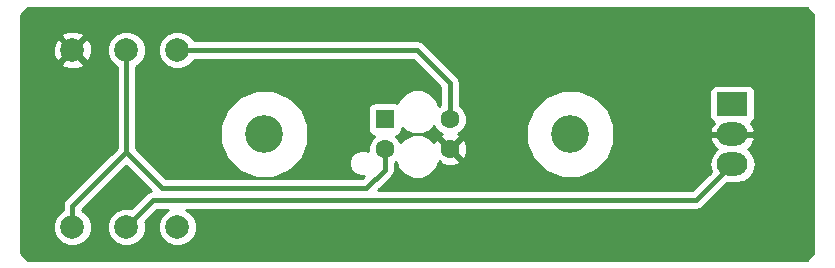
<source format=gbr>
G04 #@! TF.FileFunction,Copper,L1,Top,Signal*
%FSLAX46Y46*%
G04 Gerber Fmt 4.6, Leading zero omitted, Abs format (unit mm)*
G04 Created by KiCad (PCBNEW 4.0.2+e4-6225~38~ubuntu15.04.1-stable) date zo 31 jul 2016 04:59:36 CEST*
%MOMM*%
G01*
G04 APERTURE LIST*
%ADD10C,0.100000*%
%ADD11C,1.998980*%
%ADD12R,2.600000X2.000000*%
%ADD13O,2.600000X2.000000*%
%ADD14R,1.600000X1.600000*%
%ADD15C,1.600000*%
%ADD16C,3.200000*%
%ADD17C,0.400000*%
%ADD18C,0.250000*%
%ADD19C,0.254000*%
G04 APERTURE END LIST*
D10*
D11*
X126492000Y-105664000D03*
X126492000Y-90664000D03*
D12*
X177800000Y-95250000D03*
D13*
X177800000Y-97790000D03*
X177800000Y-100330000D03*
D11*
X121920000Y-105664000D03*
X121920000Y-90664000D03*
X130810000Y-105664000D03*
X130810000Y-90664000D03*
D14*
X148380000Y-96520000D03*
D15*
X148380000Y-99060000D03*
X153880000Y-99060000D03*
X153880000Y-96520000D03*
D16*
X138176000Y-97790000D03*
X164084000Y-97790000D03*
D17*
X121920000Y-105664000D02*
X121920000Y-103886000D01*
X121920000Y-103886000D02*
X126492000Y-99314000D01*
X126492000Y-90664000D02*
X126492000Y-99314000D01*
X148380000Y-100794000D02*
X148380000Y-99060000D01*
X146812000Y-102362000D02*
X148380000Y-100794000D01*
X129540000Y-102362000D02*
X146812000Y-102362000D01*
X126492000Y-99314000D02*
X129540000Y-102362000D01*
X130810000Y-90664000D02*
X151116000Y-90664000D01*
X153880000Y-93428000D02*
X153880000Y-96520000D01*
X151116000Y-90664000D02*
X153880000Y-93428000D01*
X130810000Y-90664000D02*
X130810000Y-90678000D01*
X126492000Y-105664000D02*
X128778000Y-103378000D01*
X174752000Y-103378000D02*
X177800000Y-100330000D01*
X128778000Y-103378000D02*
X174752000Y-103378000D01*
D18*
X126365000Y-105170000D02*
X126365000Y-104775000D01*
D19*
G36*
X184658000Y-87682606D02*
X184658000Y-107897394D01*
X184097394Y-108458000D01*
X118162606Y-108458000D01*
X117602000Y-107897394D01*
X117602000Y-105987694D01*
X120285226Y-105987694D01*
X120533538Y-106588655D01*
X120992927Y-107048846D01*
X121593453Y-107298206D01*
X122243694Y-107298774D01*
X122844655Y-107050462D01*
X123304846Y-106591073D01*
X123554206Y-105990547D01*
X123554774Y-105340306D01*
X123306462Y-104739345D01*
X122847073Y-104279154D01*
X122755000Y-104240922D01*
X122755000Y-104231868D01*
X126492000Y-100494868D01*
X128579597Y-102582465D01*
X128458459Y-102606561D01*
X128346244Y-102681541D01*
X128187566Y-102787566D01*
X126908137Y-104066995D01*
X126818547Y-104029794D01*
X126437701Y-104029461D01*
X126365000Y-104015000D01*
X126292934Y-104029335D01*
X126168306Y-104029226D01*
X125567345Y-104277538D01*
X125107154Y-104736927D01*
X124857794Y-105337453D01*
X124857226Y-105987694D01*
X125105538Y-106588655D01*
X125564927Y-107048846D01*
X126165453Y-107298206D01*
X126815694Y-107298774D01*
X127416655Y-107050462D01*
X127876846Y-106591073D01*
X128126206Y-105990547D01*
X128126774Y-105340306D01*
X128088702Y-105248166D01*
X129123868Y-104213000D01*
X130041539Y-104213000D01*
X129885345Y-104277538D01*
X129425154Y-104736927D01*
X129175794Y-105337453D01*
X129175226Y-105987694D01*
X129423538Y-106588655D01*
X129882927Y-107048846D01*
X130483453Y-107298206D01*
X131133694Y-107298774D01*
X131734655Y-107050462D01*
X132194846Y-106591073D01*
X132444206Y-105990547D01*
X132444774Y-105340306D01*
X132196462Y-104739345D01*
X131737073Y-104279154D01*
X131577756Y-104213000D01*
X174752000Y-104213000D01*
X175071541Y-104149439D01*
X175342434Y-103968434D01*
X177365151Y-101945717D01*
X177462091Y-101965000D01*
X178137909Y-101965000D01*
X178763596Y-101840543D01*
X179294029Y-101486120D01*
X179648452Y-100955687D01*
X179772909Y-100330000D01*
X179648452Y-99704313D01*
X179294029Y-99173880D01*
X179103812Y-99046781D01*
X179345922Y-98856317D01*
X179659144Y-98298355D01*
X179690124Y-98170434D01*
X179570777Y-97917000D01*
X177927000Y-97917000D01*
X177927000Y-97937000D01*
X177673000Y-97937000D01*
X177673000Y-97917000D01*
X176029223Y-97917000D01*
X175909876Y-98170434D01*
X175940856Y-98298355D01*
X176254078Y-98856317D01*
X176496188Y-99046781D01*
X176305971Y-99173880D01*
X175951548Y-99704313D01*
X175827091Y-100330000D01*
X175951548Y-100955687D01*
X175968330Y-100980802D01*
X174406132Y-102543000D01*
X147811868Y-102543000D01*
X148970434Y-101384434D01*
X148976869Y-101374803D01*
X149151439Y-101113541D01*
X149215000Y-100794000D01*
X149215000Y-100254083D01*
X149291817Y-100177400D01*
X149531043Y-100756372D01*
X150060839Y-101287093D01*
X150753405Y-101574672D01*
X151503305Y-101575326D01*
X152196372Y-101288957D01*
X152727093Y-100759161D01*
X152987446Y-100132162D01*
X153051861Y-100067747D01*
X153125995Y-100313864D01*
X153663223Y-100506965D01*
X154233454Y-100479778D01*
X154634005Y-100313864D01*
X154708139Y-100067745D01*
X153880000Y-99239605D01*
X153865858Y-99253748D01*
X153686252Y-99074142D01*
X153700395Y-99060000D01*
X154059605Y-99060000D01*
X154887745Y-99888139D01*
X155133864Y-99814005D01*
X155326965Y-99276777D01*
X155299778Y-98706546D01*
X155225861Y-98528094D01*
X160356355Y-98528094D01*
X160922561Y-99898418D01*
X161970068Y-100947754D01*
X163339402Y-101516351D01*
X164822094Y-101517645D01*
X166192418Y-100951439D01*
X167241754Y-99903932D01*
X167810351Y-98534598D01*
X167811645Y-97051906D01*
X167245439Y-95681582D01*
X166197932Y-94632246D01*
X165277382Y-94250000D01*
X175852560Y-94250000D01*
X175852560Y-96250000D01*
X175896838Y-96485317D01*
X176035910Y-96701441D01*
X176202620Y-96815349D01*
X175940856Y-97281645D01*
X175909876Y-97409566D01*
X176029223Y-97663000D01*
X177673000Y-97663000D01*
X177673000Y-97643000D01*
X177927000Y-97643000D01*
X177927000Y-97663000D01*
X179570777Y-97663000D01*
X179690124Y-97409566D01*
X179659144Y-97281645D01*
X179396505Y-96813789D01*
X179551441Y-96714090D01*
X179696431Y-96501890D01*
X179747440Y-96250000D01*
X179747440Y-94250000D01*
X179703162Y-94014683D01*
X179564090Y-93798559D01*
X179351890Y-93653569D01*
X179100000Y-93602560D01*
X176500000Y-93602560D01*
X176264683Y-93646838D01*
X176048559Y-93785910D01*
X175903569Y-93998110D01*
X175852560Y-94250000D01*
X165277382Y-94250000D01*
X164828598Y-94063649D01*
X163345906Y-94062355D01*
X161975582Y-94628561D01*
X160926246Y-95676068D01*
X160357649Y-97045402D01*
X160356355Y-98528094D01*
X155225861Y-98528094D01*
X155133864Y-98305995D01*
X154887745Y-98231861D01*
X154059605Y-99060000D01*
X153700395Y-99060000D01*
X152872255Y-98231861D01*
X152626136Y-98305995D01*
X152569413Y-98463805D01*
X152199161Y-98092907D01*
X151506595Y-97805328D01*
X150756695Y-97804674D01*
X150063628Y-98091043D01*
X149687464Y-98466551D01*
X149597243Y-98248200D01*
X149295312Y-97945742D01*
X149415317Y-97923162D01*
X149631441Y-97784090D01*
X149776431Y-97571890D01*
X149827440Y-97320000D01*
X149827440Y-97253286D01*
X150060839Y-97487093D01*
X150753405Y-97774672D01*
X151503305Y-97775326D01*
X152196372Y-97488957D01*
X152572536Y-97113449D01*
X152662757Y-97331800D01*
X153066077Y-97735824D01*
X153180768Y-97783448D01*
X153125995Y-97806136D01*
X153051861Y-98052255D01*
X153880000Y-98880395D01*
X154708139Y-98052255D01*
X154634005Y-97806136D01*
X154575746Y-97785195D01*
X154691800Y-97737243D01*
X155095824Y-97333923D01*
X155314750Y-96806691D01*
X155315248Y-96235813D01*
X155097243Y-95708200D01*
X154715000Y-95325290D01*
X154715000Y-93428000D01*
X154651439Y-93108459D01*
X154470434Y-92837566D01*
X151706434Y-90073566D01*
X151435541Y-89892561D01*
X151116000Y-89829000D01*
X132233507Y-89829000D01*
X132196462Y-89739345D01*
X131737073Y-89279154D01*
X131136547Y-89029794D01*
X130486306Y-89029226D01*
X129885345Y-89277538D01*
X129425154Y-89736927D01*
X129175794Y-90337453D01*
X129175226Y-90987694D01*
X129423538Y-91588655D01*
X129882927Y-92048846D01*
X130483453Y-92298206D01*
X131133694Y-92298774D01*
X131734655Y-92050462D01*
X132194846Y-91591073D01*
X132233078Y-91499000D01*
X150770132Y-91499000D01*
X153045000Y-93773868D01*
X153045000Y-95325917D01*
X152968183Y-95402600D01*
X152728957Y-94823628D01*
X152199161Y-94292907D01*
X151506595Y-94005328D01*
X150756695Y-94004674D01*
X150063628Y-94291043D01*
X149532907Y-94820839D01*
X149409117Y-95118957D01*
X149180000Y-95072560D01*
X147580000Y-95072560D01*
X147344683Y-95116838D01*
X147128559Y-95255910D01*
X146983569Y-95468110D01*
X146932560Y-95720000D01*
X146932560Y-97320000D01*
X146976838Y-97555317D01*
X147115910Y-97771441D01*
X147328110Y-97916431D01*
X147466354Y-97944426D01*
X147164176Y-98246077D01*
X146945250Y-98773309D01*
X146944874Y-99204073D01*
X146706756Y-99105197D01*
X146255225Y-99104803D01*
X145837914Y-99277233D01*
X145518355Y-99596235D01*
X145345197Y-100013244D01*
X145344803Y-100464775D01*
X145517233Y-100882086D01*
X145836235Y-101201645D01*
X146253244Y-101374803D01*
X146618011Y-101375121D01*
X146466132Y-101527000D01*
X129885868Y-101527000D01*
X127327000Y-98968132D01*
X127327000Y-98528094D01*
X134448355Y-98528094D01*
X135014561Y-99898418D01*
X136062068Y-100947754D01*
X137431402Y-101516351D01*
X138914094Y-101517645D01*
X140284418Y-100951439D01*
X141333754Y-99903932D01*
X141902351Y-98534598D01*
X141903645Y-97051906D01*
X141337439Y-95681582D01*
X140289932Y-94632246D01*
X138920598Y-94063649D01*
X137437906Y-94062355D01*
X136067582Y-94628561D01*
X135018246Y-95676068D01*
X134449649Y-97045402D01*
X134448355Y-98528094D01*
X127327000Y-98528094D01*
X127327000Y-92087507D01*
X127416655Y-92050462D01*
X127876846Y-91591073D01*
X128126206Y-90990547D01*
X128126774Y-90340306D01*
X127878462Y-89739345D01*
X127419073Y-89279154D01*
X126818547Y-89029794D01*
X126168306Y-89029226D01*
X125567345Y-89277538D01*
X125107154Y-89736927D01*
X124857794Y-90337453D01*
X124857226Y-90987694D01*
X125105538Y-91588655D01*
X125564927Y-92048846D01*
X125657000Y-92087078D01*
X125657000Y-98968132D01*
X121329566Y-103295566D01*
X121148561Y-103566459D01*
X121085000Y-103886000D01*
X121085000Y-104240493D01*
X120995345Y-104277538D01*
X120535154Y-104736927D01*
X120285794Y-105337453D01*
X120285226Y-105987694D01*
X117602000Y-105987694D01*
X117602000Y-91816163D01*
X120947443Y-91816163D01*
X121046042Y-92082965D01*
X121655582Y-92309401D01*
X122305377Y-92285341D01*
X122793958Y-92082965D01*
X122892557Y-91816163D01*
X121920000Y-90843605D01*
X120947443Y-91816163D01*
X117602000Y-91816163D01*
X117602000Y-90399582D01*
X120274599Y-90399582D01*
X120298659Y-91049377D01*
X120501035Y-91537958D01*
X120767837Y-91636557D01*
X121740395Y-90664000D01*
X122099605Y-90664000D01*
X123072163Y-91636557D01*
X123338965Y-91537958D01*
X123565401Y-90928418D01*
X123541341Y-90278623D01*
X123338965Y-89790042D01*
X123072163Y-89691443D01*
X122099605Y-90664000D01*
X121740395Y-90664000D01*
X120767837Y-89691443D01*
X120501035Y-89790042D01*
X120274599Y-90399582D01*
X117602000Y-90399582D01*
X117602000Y-89511837D01*
X120947443Y-89511837D01*
X121920000Y-90484395D01*
X122892557Y-89511837D01*
X122793958Y-89245035D01*
X122184418Y-89018599D01*
X121534623Y-89042659D01*
X121046042Y-89245035D01*
X120947443Y-89511837D01*
X117602000Y-89511837D01*
X117602000Y-87682606D01*
X118162606Y-87122000D01*
X184097394Y-87122000D01*
X184658000Y-87682606D01*
X184658000Y-87682606D01*
G37*
X184658000Y-87682606D02*
X184658000Y-107897394D01*
X184097394Y-108458000D01*
X118162606Y-108458000D01*
X117602000Y-107897394D01*
X117602000Y-105987694D01*
X120285226Y-105987694D01*
X120533538Y-106588655D01*
X120992927Y-107048846D01*
X121593453Y-107298206D01*
X122243694Y-107298774D01*
X122844655Y-107050462D01*
X123304846Y-106591073D01*
X123554206Y-105990547D01*
X123554774Y-105340306D01*
X123306462Y-104739345D01*
X122847073Y-104279154D01*
X122755000Y-104240922D01*
X122755000Y-104231868D01*
X126492000Y-100494868D01*
X128579597Y-102582465D01*
X128458459Y-102606561D01*
X128346244Y-102681541D01*
X128187566Y-102787566D01*
X126908137Y-104066995D01*
X126818547Y-104029794D01*
X126437701Y-104029461D01*
X126365000Y-104015000D01*
X126292934Y-104029335D01*
X126168306Y-104029226D01*
X125567345Y-104277538D01*
X125107154Y-104736927D01*
X124857794Y-105337453D01*
X124857226Y-105987694D01*
X125105538Y-106588655D01*
X125564927Y-107048846D01*
X126165453Y-107298206D01*
X126815694Y-107298774D01*
X127416655Y-107050462D01*
X127876846Y-106591073D01*
X128126206Y-105990547D01*
X128126774Y-105340306D01*
X128088702Y-105248166D01*
X129123868Y-104213000D01*
X130041539Y-104213000D01*
X129885345Y-104277538D01*
X129425154Y-104736927D01*
X129175794Y-105337453D01*
X129175226Y-105987694D01*
X129423538Y-106588655D01*
X129882927Y-107048846D01*
X130483453Y-107298206D01*
X131133694Y-107298774D01*
X131734655Y-107050462D01*
X132194846Y-106591073D01*
X132444206Y-105990547D01*
X132444774Y-105340306D01*
X132196462Y-104739345D01*
X131737073Y-104279154D01*
X131577756Y-104213000D01*
X174752000Y-104213000D01*
X175071541Y-104149439D01*
X175342434Y-103968434D01*
X177365151Y-101945717D01*
X177462091Y-101965000D01*
X178137909Y-101965000D01*
X178763596Y-101840543D01*
X179294029Y-101486120D01*
X179648452Y-100955687D01*
X179772909Y-100330000D01*
X179648452Y-99704313D01*
X179294029Y-99173880D01*
X179103812Y-99046781D01*
X179345922Y-98856317D01*
X179659144Y-98298355D01*
X179690124Y-98170434D01*
X179570777Y-97917000D01*
X177927000Y-97917000D01*
X177927000Y-97937000D01*
X177673000Y-97937000D01*
X177673000Y-97917000D01*
X176029223Y-97917000D01*
X175909876Y-98170434D01*
X175940856Y-98298355D01*
X176254078Y-98856317D01*
X176496188Y-99046781D01*
X176305971Y-99173880D01*
X175951548Y-99704313D01*
X175827091Y-100330000D01*
X175951548Y-100955687D01*
X175968330Y-100980802D01*
X174406132Y-102543000D01*
X147811868Y-102543000D01*
X148970434Y-101384434D01*
X148976869Y-101374803D01*
X149151439Y-101113541D01*
X149215000Y-100794000D01*
X149215000Y-100254083D01*
X149291817Y-100177400D01*
X149531043Y-100756372D01*
X150060839Y-101287093D01*
X150753405Y-101574672D01*
X151503305Y-101575326D01*
X152196372Y-101288957D01*
X152727093Y-100759161D01*
X152987446Y-100132162D01*
X153051861Y-100067747D01*
X153125995Y-100313864D01*
X153663223Y-100506965D01*
X154233454Y-100479778D01*
X154634005Y-100313864D01*
X154708139Y-100067745D01*
X153880000Y-99239605D01*
X153865858Y-99253748D01*
X153686252Y-99074142D01*
X153700395Y-99060000D01*
X154059605Y-99060000D01*
X154887745Y-99888139D01*
X155133864Y-99814005D01*
X155326965Y-99276777D01*
X155299778Y-98706546D01*
X155225861Y-98528094D01*
X160356355Y-98528094D01*
X160922561Y-99898418D01*
X161970068Y-100947754D01*
X163339402Y-101516351D01*
X164822094Y-101517645D01*
X166192418Y-100951439D01*
X167241754Y-99903932D01*
X167810351Y-98534598D01*
X167811645Y-97051906D01*
X167245439Y-95681582D01*
X166197932Y-94632246D01*
X165277382Y-94250000D01*
X175852560Y-94250000D01*
X175852560Y-96250000D01*
X175896838Y-96485317D01*
X176035910Y-96701441D01*
X176202620Y-96815349D01*
X175940856Y-97281645D01*
X175909876Y-97409566D01*
X176029223Y-97663000D01*
X177673000Y-97663000D01*
X177673000Y-97643000D01*
X177927000Y-97643000D01*
X177927000Y-97663000D01*
X179570777Y-97663000D01*
X179690124Y-97409566D01*
X179659144Y-97281645D01*
X179396505Y-96813789D01*
X179551441Y-96714090D01*
X179696431Y-96501890D01*
X179747440Y-96250000D01*
X179747440Y-94250000D01*
X179703162Y-94014683D01*
X179564090Y-93798559D01*
X179351890Y-93653569D01*
X179100000Y-93602560D01*
X176500000Y-93602560D01*
X176264683Y-93646838D01*
X176048559Y-93785910D01*
X175903569Y-93998110D01*
X175852560Y-94250000D01*
X165277382Y-94250000D01*
X164828598Y-94063649D01*
X163345906Y-94062355D01*
X161975582Y-94628561D01*
X160926246Y-95676068D01*
X160357649Y-97045402D01*
X160356355Y-98528094D01*
X155225861Y-98528094D01*
X155133864Y-98305995D01*
X154887745Y-98231861D01*
X154059605Y-99060000D01*
X153700395Y-99060000D01*
X152872255Y-98231861D01*
X152626136Y-98305995D01*
X152569413Y-98463805D01*
X152199161Y-98092907D01*
X151506595Y-97805328D01*
X150756695Y-97804674D01*
X150063628Y-98091043D01*
X149687464Y-98466551D01*
X149597243Y-98248200D01*
X149295312Y-97945742D01*
X149415317Y-97923162D01*
X149631441Y-97784090D01*
X149776431Y-97571890D01*
X149827440Y-97320000D01*
X149827440Y-97253286D01*
X150060839Y-97487093D01*
X150753405Y-97774672D01*
X151503305Y-97775326D01*
X152196372Y-97488957D01*
X152572536Y-97113449D01*
X152662757Y-97331800D01*
X153066077Y-97735824D01*
X153180768Y-97783448D01*
X153125995Y-97806136D01*
X153051861Y-98052255D01*
X153880000Y-98880395D01*
X154708139Y-98052255D01*
X154634005Y-97806136D01*
X154575746Y-97785195D01*
X154691800Y-97737243D01*
X155095824Y-97333923D01*
X155314750Y-96806691D01*
X155315248Y-96235813D01*
X155097243Y-95708200D01*
X154715000Y-95325290D01*
X154715000Y-93428000D01*
X154651439Y-93108459D01*
X154470434Y-92837566D01*
X151706434Y-90073566D01*
X151435541Y-89892561D01*
X151116000Y-89829000D01*
X132233507Y-89829000D01*
X132196462Y-89739345D01*
X131737073Y-89279154D01*
X131136547Y-89029794D01*
X130486306Y-89029226D01*
X129885345Y-89277538D01*
X129425154Y-89736927D01*
X129175794Y-90337453D01*
X129175226Y-90987694D01*
X129423538Y-91588655D01*
X129882927Y-92048846D01*
X130483453Y-92298206D01*
X131133694Y-92298774D01*
X131734655Y-92050462D01*
X132194846Y-91591073D01*
X132233078Y-91499000D01*
X150770132Y-91499000D01*
X153045000Y-93773868D01*
X153045000Y-95325917D01*
X152968183Y-95402600D01*
X152728957Y-94823628D01*
X152199161Y-94292907D01*
X151506595Y-94005328D01*
X150756695Y-94004674D01*
X150063628Y-94291043D01*
X149532907Y-94820839D01*
X149409117Y-95118957D01*
X149180000Y-95072560D01*
X147580000Y-95072560D01*
X147344683Y-95116838D01*
X147128559Y-95255910D01*
X146983569Y-95468110D01*
X146932560Y-95720000D01*
X146932560Y-97320000D01*
X146976838Y-97555317D01*
X147115910Y-97771441D01*
X147328110Y-97916431D01*
X147466354Y-97944426D01*
X147164176Y-98246077D01*
X146945250Y-98773309D01*
X146944874Y-99204073D01*
X146706756Y-99105197D01*
X146255225Y-99104803D01*
X145837914Y-99277233D01*
X145518355Y-99596235D01*
X145345197Y-100013244D01*
X145344803Y-100464775D01*
X145517233Y-100882086D01*
X145836235Y-101201645D01*
X146253244Y-101374803D01*
X146618011Y-101375121D01*
X146466132Y-101527000D01*
X129885868Y-101527000D01*
X127327000Y-98968132D01*
X127327000Y-98528094D01*
X134448355Y-98528094D01*
X135014561Y-99898418D01*
X136062068Y-100947754D01*
X137431402Y-101516351D01*
X138914094Y-101517645D01*
X140284418Y-100951439D01*
X141333754Y-99903932D01*
X141902351Y-98534598D01*
X141903645Y-97051906D01*
X141337439Y-95681582D01*
X140289932Y-94632246D01*
X138920598Y-94063649D01*
X137437906Y-94062355D01*
X136067582Y-94628561D01*
X135018246Y-95676068D01*
X134449649Y-97045402D01*
X134448355Y-98528094D01*
X127327000Y-98528094D01*
X127327000Y-92087507D01*
X127416655Y-92050462D01*
X127876846Y-91591073D01*
X128126206Y-90990547D01*
X128126774Y-90340306D01*
X127878462Y-89739345D01*
X127419073Y-89279154D01*
X126818547Y-89029794D01*
X126168306Y-89029226D01*
X125567345Y-89277538D01*
X125107154Y-89736927D01*
X124857794Y-90337453D01*
X124857226Y-90987694D01*
X125105538Y-91588655D01*
X125564927Y-92048846D01*
X125657000Y-92087078D01*
X125657000Y-98968132D01*
X121329566Y-103295566D01*
X121148561Y-103566459D01*
X121085000Y-103886000D01*
X121085000Y-104240493D01*
X120995345Y-104277538D01*
X120535154Y-104736927D01*
X120285794Y-105337453D01*
X120285226Y-105987694D01*
X117602000Y-105987694D01*
X117602000Y-91816163D01*
X120947443Y-91816163D01*
X121046042Y-92082965D01*
X121655582Y-92309401D01*
X122305377Y-92285341D01*
X122793958Y-92082965D01*
X122892557Y-91816163D01*
X121920000Y-90843605D01*
X120947443Y-91816163D01*
X117602000Y-91816163D01*
X117602000Y-90399582D01*
X120274599Y-90399582D01*
X120298659Y-91049377D01*
X120501035Y-91537958D01*
X120767837Y-91636557D01*
X121740395Y-90664000D01*
X122099605Y-90664000D01*
X123072163Y-91636557D01*
X123338965Y-91537958D01*
X123565401Y-90928418D01*
X123541341Y-90278623D01*
X123338965Y-89790042D01*
X123072163Y-89691443D01*
X122099605Y-90664000D01*
X121740395Y-90664000D01*
X120767837Y-89691443D01*
X120501035Y-89790042D01*
X120274599Y-90399582D01*
X117602000Y-90399582D01*
X117602000Y-89511837D01*
X120947443Y-89511837D01*
X121920000Y-90484395D01*
X122892557Y-89511837D01*
X122793958Y-89245035D01*
X122184418Y-89018599D01*
X121534623Y-89042659D01*
X121046042Y-89245035D01*
X120947443Y-89511837D01*
X117602000Y-89511837D01*
X117602000Y-87682606D01*
X118162606Y-87122000D01*
X184097394Y-87122000D01*
X184658000Y-87682606D01*
M02*

</source>
